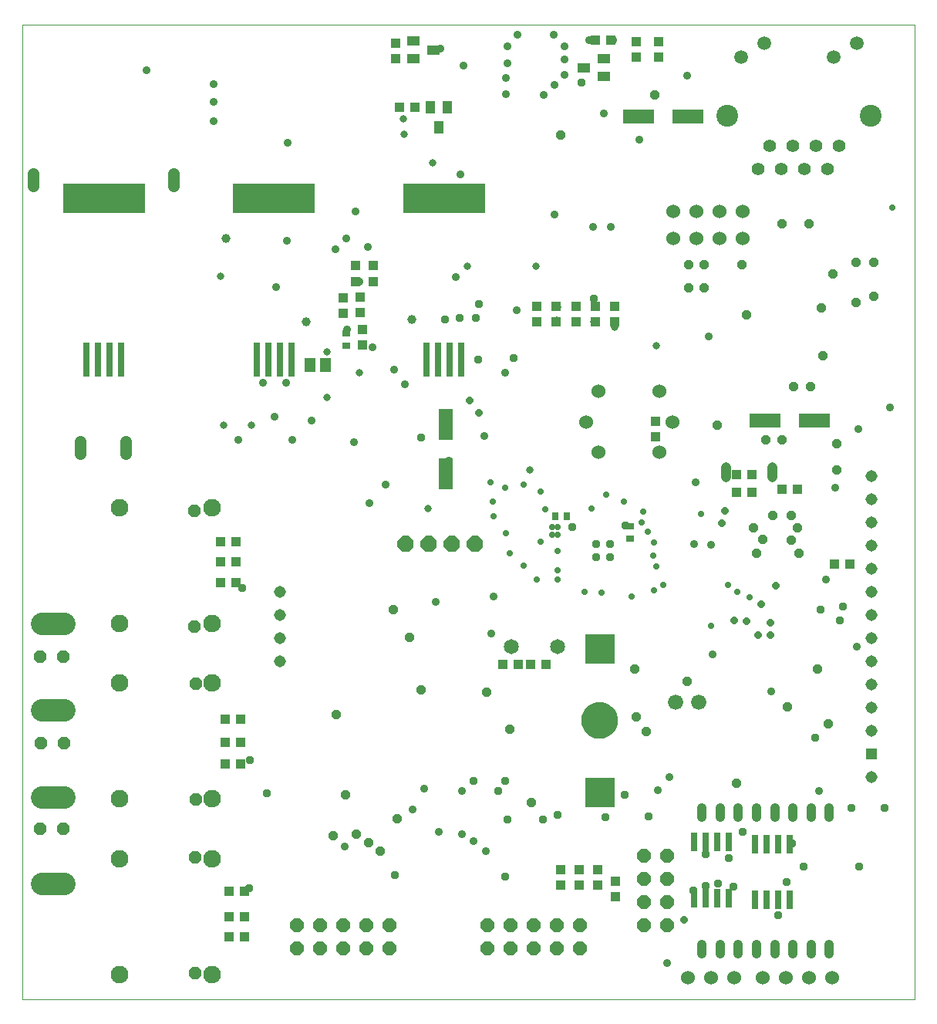
<source format=gbs>
G75*
G70*
%OFA0B0*%
%FSLAX24Y24*%
%IPPOS*%
%LPD*%
%AMOC8*
5,1,8,0,0,1.08239X$1,22.5*
%
%ADD10C,0.0004*%
%ADD11R,0.0394X0.0433*%
%ADD12R,0.0433X0.0394*%
%ADD13R,0.1378X0.0630*%
%ADD14C,0.0594*%
%ADD15C,0.0945*%
%ADD16C,0.0554*%
%ADD17R,0.0425X0.0413*%
%ADD18C,0.0440*%
%ADD19R,0.0551X0.0394*%
%ADD20C,0.0650*%
%ADD21C,0.0600*%
%ADD22R,0.0630X0.1378*%
%ADD23R,0.0394X0.0551*%
%ADD24OC8,0.0600*%
%ADD25R,0.0354X0.0276*%
%ADD26R,0.1250X0.1250*%
%ADD27C,0.0787*%
%ADD28C,0.0660*%
%ADD29C,0.0397*%
%ADD30R,0.0260X0.0800*%
%ADD31C,0.0760*%
%ADD32OC8,0.0520*%
%ADD33C,0.0974*%
%ADD34C,0.0515*%
%ADD35R,0.0515X0.0515*%
%ADD36R,0.0276X0.0354*%
%ADD37R,0.0512X0.0591*%
%ADD38C,0.0515*%
%ADD39R,0.0315X0.1496*%
%ADD40R,0.3543X0.1260*%
%ADD41OC8,0.0700*%
%ADD42OC8,0.0396*%
%ADD43C,0.0357*%
%ADD44C,0.0396*%
%ADD45OC8,0.0317*%
%ADD46OC8,0.0357*%
%ADD47C,0.0278*%
%ADD48C,0.0317*%
%ADD49OC8,0.0278*%
D10*
X002971Y001207D02*
X041554Y001207D01*
X041554Y043333D01*
X002971Y043333D01*
X002971Y001207D01*
D11*
X026249Y006139D03*
X026249Y006808D03*
X027036Y006808D03*
X027036Y006139D03*
X027824Y006139D03*
X027824Y006808D03*
X028616Y006311D03*
X028616Y005642D03*
X035806Y023255D03*
X036475Y023255D03*
X034507Y023894D03*
X033837Y023894D03*
X026052Y030499D03*
X026052Y031168D03*
X025215Y031168D03*
X025215Y030499D03*
X017661Y030164D03*
X017661Y029495D03*
X017582Y030878D03*
X017582Y031547D03*
X016844Y031532D03*
X016844Y030863D03*
X019266Y039761D03*
X019935Y039761D03*
X027735Y042644D03*
X028404Y042644D03*
D12*
X029497Y042585D03*
X029497Y041916D03*
X030481Y041916D03*
X030481Y042585D03*
X028562Y031168D03*
X028562Y030499D03*
X027725Y030499D03*
X027725Y031168D03*
X026889Y031168D03*
X026889Y030499D03*
X030333Y026198D03*
X030333Y025528D03*
X033837Y023107D03*
X034507Y023107D03*
X038070Y020007D03*
X038739Y020007D03*
X025599Y015676D03*
X024930Y015676D03*
X024418Y015676D03*
X023749Y015676D03*
X012410Y013314D03*
X011741Y013314D03*
X011741Y012330D03*
X012410Y012330D03*
X012410Y011394D03*
X011741Y011394D03*
X011889Y005883D03*
X012558Y005883D03*
X012558Y004800D03*
X011889Y004800D03*
X011889Y003914D03*
X012558Y003914D03*
X012213Y019219D03*
X011544Y019219D03*
X011544Y020105D03*
X012213Y020105D03*
X012213Y020991D03*
X011544Y020991D03*
X019113Y041847D03*
X019113Y042517D03*
D13*
X029615Y039347D03*
X031741Y039347D03*
X035078Y026207D03*
X037204Y026207D03*
D14*
X038024Y041908D03*
X039024Y042507D03*
X035044Y042507D03*
X034044Y041908D03*
D15*
X033434Y039377D03*
X039635Y039377D03*
D16*
X038284Y038078D03*
X037284Y038078D03*
X036284Y038078D03*
X035284Y038078D03*
X034784Y037078D03*
X035784Y037078D03*
X036784Y037078D03*
X037784Y037078D03*
D17*
X018148Y032910D03*
X018148Y032221D03*
X017361Y032221D03*
X017361Y032910D03*
D18*
X033369Y024213D02*
X033369Y023773D01*
X035369Y023773D02*
X035369Y024213D01*
D19*
X028099Y041089D03*
X028099Y041837D03*
X027233Y041463D03*
X020727Y042231D03*
X019861Y041857D03*
X019861Y042605D03*
D20*
X024117Y016463D03*
X026117Y016463D03*
D21*
X027883Y024839D03*
X027331Y026158D03*
X027883Y027477D03*
X030520Y027477D03*
X031072Y026158D03*
X030520Y024839D03*
X031097Y034081D03*
X032097Y034081D03*
X033097Y034081D03*
X033097Y035263D03*
X032097Y035263D03*
X031097Y035263D03*
X034097Y035263D03*
X034097Y034081D03*
X033745Y002143D03*
X032745Y002143D03*
X031745Y002143D03*
X034985Y002143D03*
X035985Y002143D03*
X036985Y002143D03*
X037985Y002143D03*
D22*
X021278Y023914D03*
X021278Y026040D03*
D23*
X020963Y038899D03*
X020589Y039766D03*
X021337Y039766D03*
D24*
X029824Y007432D03*
X030824Y007432D03*
X030824Y006432D03*
X029824Y006432D03*
X029824Y005432D03*
X030824Y005432D03*
X030824Y004432D03*
X029824Y004432D03*
X027068Y004424D03*
X027068Y003424D03*
X026068Y003424D03*
X026068Y004424D03*
X025068Y004424D03*
X025068Y003424D03*
X024068Y003424D03*
X024068Y004424D03*
X023068Y004424D03*
X023068Y003424D03*
X018849Y003424D03*
X017849Y003424D03*
X016849Y003424D03*
X016849Y004424D03*
X017849Y004424D03*
X018849Y004424D03*
X015849Y004424D03*
X014849Y004424D03*
X014849Y003424D03*
X015849Y003424D03*
D25*
X029251Y021129D03*
X029251Y021641D03*
X016982Y029460D03*
X016982Y029972D03*
D26*
X027922Y016365D03*
X027922Y010165D03*
D27*
X027528Y013265D02*
X027530Y013304D01*
X027536Y013343D01*
X027546Y013381D01*
X027559Y013418D01*
X027576Y013453D01*
X027596Y013487D01*
X027620Y013518D01*
X027647Y013547D01*
X027676Y013573D01*
X027708Y013596D01*
X027742Y013616D01*
X027778Y013632D01*
X027815Y013644D01*
X027854Y013653D01*
X027893Y013658D01*
X027932Y013659D01*
X027971Y013656D01*
X028010Y013649D01*
X028047Y013638D01*
X028084Y013624D01*
X028119Y013606D01*
X028152Y013585D01*
X028183Y013560D01*
X028211Y013533D01*
X028236Y013503D01*
X028258Y013470D01*
X028277Y013436D01*
X028292Y013400D01*
X028304Y013362D01*
X028312Y013324D01*
X028316Y013285D01*
X028316Y013245D01*
X028312Y013206D01*
X028304Y013168D01*
X028292Y013130D01*
X028277Y013094D01*
X028258Y013060D01*
X028236Y013027D01*
X028211Y012997D01*
X028183Y012970D01*
X028152Y012945D01*
X028119Y012924D01*
X028084Y012906D01*
X028047Y012892D01*
X028010Y012881D01*
X027971Y012874D01*
X027932Y012871D01*
X027893Y012872D01*
X027854Y012877D01*
X027815Y012886D01*
X027778Y012898D01*
X027742Y012914D01*
X027708Y012934D01*
X027676Y012957D01*
X027647Y012983D01*
X027620Y013012D01*
X027596Y013043D01*
X027576Y013077D01*
X027559Y013112D01*
X027546Y013149D01*
X027536Y013187D01*
X027530Y013226D01*
X027528Y013265D01*
D28*
X031211Y014052D03*
X032211Y014052D03*
D29*
X032341Y009478D02*
X032341Y009081D01*
X033129Y009081D02*
X033129Y009478D01*
X033916Y009478D02*
X033916Y009081D01*
X034704Y009081D02*
X034704Y009478D01*
X035491Y009478D02*
X035491Y009081D01*
X036278Y009081D02*
X036278Y009478D01*
X037066Y009478D02*
X037066Y009081D01*
X037853Y009081D02*
X037853Y009478D01*
X037853Y003570D02*
X037853Y003173D01*
X037066Y003173D02*
X037066Y003570D01*
X036278Y003570D02*
X036278Y003173D01*
X035491Y003173D02*
X035491Y003570D01*
X034704Y003570D02*
X034704Y003173D01*
X033916Y003173D02*
X033916Y003570D01*
X033129Y003570D02*
X033129Y003173D01*
X032341Y003173D02*
X032341Y003570D01*
D30*
X032495Y005588D03*
X032995Y005588D03*
X033495Y005588D03*
X034652Y005509D03*
X035152Y005509D03*
X035652Y005509D03*
X036152Y005509D03*
X036152Y007929D03*
X035652Y007929D03*
X035152Y007929D03*
X034652Y007929D03*
X033495Y008008D03*
X032995Y008008D03*
X032495Y008008D03*
X031995Y008008D03*
X031995Y005588D03*
D31*
X011172Y007300D03*
X011172Y009879D03*
X007172Y009879D03*
X007172Y007300D03*
X007172Y002300D03*
X011172Y002300D03*
X011172Y014879D03*
X011172Y017457D03*
X007172Y017457D03*
X007172Y014879D03*
X007172Y022457D03*
X011172Y022457D03*
D32*
X010417Y022320D03*
X010417Y017320D03*
X010456Y014844D03*
X010456Y009844D03*
X010452Y007349D03*
X010452Y002349D03*
X004751Y008589D03*
X003751Y008589D03*
X003761Y012300D03*
X004761Y012300D03*
X004751Y016020D03*
X003751Y016020D03*
D33*
X003813Y017448D02*
X004787Y017448D01*
X004787Y013707D02*
X003813Y013707D01*
X003813Y009967D02*
X004787Y009967D01*
X004787Y006227D02*
X003813Y006227D01*
D34*
X014107Y015812D03*
X014107Y016812D03*
X014107Y017812D03*
X014107Y018812D03*
X039680Y018812D03*
X039680Y019812D03*
X039680Y020812D03*
X039680Y021812D03*
X039680Y022812D03*
X039680Y023812D03*
X039680Y017812D03*
X039680Y016812D03*
X039680Y015812D03*
X039680Y014812D03*
X039680Y013812D03*
X039680Y012812D03*
X039680Y010812D03*
D35*
X039680Y011812D03*
D36*
X026505Y022074D03*
X025993Y022074D03*
D37*
X016081Y028629D03*
X015412Y028629D03*
D38*
X009497Y036363D02*
X009497Y036878D01*
X003434Y036878D02*
X003434Y036363D01*
X005481Y025304D02*
X005481Y024789D01*
X007450Y024789D02*
X007450Y025304D01*
D39*
X007245Y028841D03*
X006745Y028841D03*
X006245Y028841D03*
X005745Y028841D03*
X013097Y028841D03*
X013597Y028841D03*
X014097Y028841D03*
X014597Y028841D03*
X020450Y028841D03*
X020950Y028841D03*
X021450Y028841D03*
X021950Y028841D03*
D40*
X021200Y035814D03*
X013847Y035814D03*
X006495Y035814D03*
D41*
X019542Y020895D03*
X020542Y020895D03*
X021542Y020895D03*
X022542Y020895D03*
D42*
X019015Y018038D03*
X019704Y016857D03*
X020196Y014593D03*
X023050Y014495D03*
X024034Y012871D03*
X024969Y009721D03*
X029497Y013412D03*
X029940Y012772D03*
X031711Y014938D03*
X029448Y015479D03*
X033828Y010558D03*
X036042Y013855D03*
X037322Y015479D03*
X037814Y013117D03*
X036534Y020499D03*
X036190Y021040D03*
X036485Y021581D03*
X036190Y022123D03*
X035402Y022123D03*
X034566Y021581D03*
X034959Y021089D03*
X034713Y020499D03*
X035796Y023255D03*
X035796Y025371D03*
X035107Y025371D03*
X032991Y026011D03*
X036288Y027684D03*
X037026Y027684D03*
X037568Y029013D03*
X037519Y031080D03*
X038995Y031326D03*
X039782Y031572D03*
X039782Y033048D03*
X038995Y033048D03*
X038011Y032556D03*
X036977Y034721D03*
X035796Y034721D03*
X034074Y032950D03*
X032450Y032950D03*
X031761Y032950D03*
X031761Y031965D03*
X032450Y031965D03*
X034270Y030784D03*
X038158Y025223D03*
X038158Y024091D03*
X026249Y038560D03*
X030314Y040272D03*
X016554Y013511D03*
X016948Y010066D03*
X017391Y008343D03*
X017932Y007999D03*
X018424Y007605D03*
X019162Y009032D03*
X016406Y008294D03*
D43*
X016894Y007802D03*
X019851Y009426D03*
X020343Y010312D03*
X021971Y010213D03*
X021967Y008343D03*
X022459Y008048D03*
X023001Y007605D03*
X020983Y008442D03*
X023247Y017005D03*
X023345Y018629D03*
X020835Y018383D03*
X017981Y022664D03*
X018680Y023452D03*
X017302Y025282D03*
X015456Y026203D03*
X014625Y025381D03*
X013872Y026390D03*
X013360Y027836D03*
X014364Y027866D03*
X012302Y025381D03*
X017017Y030164D03*
X018119Y029387D03*
X019034Y028412D03*
X019507Y027782D03*
X021396Y024475D03*
X022952Y025568D03*
X023837Y028274D03*
X024349Y030971D03*
X021711Y032428D03*
X017893Y033727D03*
X016987Y034081D03*
X016515Y033609D03*
X017538Y032211D03*
X017371Y035263D03*
X014408Y033993D03*
X013936Y031995D03*
X014428Y038225D03*
X011239Y039160D03*
X011239Y039997D03*
X011239Y040735D03*
X008335Y041355D03*
X021022Y042290D03*
X022026Y041562D03*
X023887Y041020D03*
X023936Y041660D03*
X023936Y042398D03*
X024379Y042891D03*
X025954Y042891D03*
X026396Y042398D03*
X026396Y041808D03*
X026396Y041168D03*
X025963Y040725D03*
X025491Y040282D03*
X023887Y040331D03*
X021918Y036837D03*
X025963Y035105D03*
X027627Y034574D03*
X028414Y034574D03*
X029644Y038363D03*
X028089Y039485D03*
X028513Y042644D03*
X027479Y042644D03*
X031711Y041119D03*
X032646Y029849D03*
X032056Y023550D03*
X032007Y020893D03*
X032745Y020843D03*
X032794Y016119D03*
X035353Y014534D03*
X039044Y016463D03*
X037715Y019367D03*
X038060Y020007D03*
X038109Y023304D03*
X039093Y025863D03*
X040471Y026798D03*
X030924Y010804D03*
X030432Y010263D03*
X030826Y002782D03*
X037420Y010213D03*
D44*
X019802Y030587D03*
X015225Y030489D03*
X011780Y034081D03*
D45*
X021278Y026109D03*
X022302Y027093D03*
X022706Y026552D03*
X033335Y022320D03*
X033188Y021778D03*
X035550Y019072D03*
X034910Y018284D03*
X035304Y017497D03*
X035304Y016956D03*
X034763Y016956D03*
X034270Y017546D03*
X033729Y017595D03*
X031564Y004652D03*
D46*
X031957Y005932D03*
X032499Y006129D03*
X033040Y006227D03*
X033705Y006075D03*
X033488Y007310D03*
X032499Y007482D03*
X034098Y008466D03*
X036229Y007935D03*
X036731Y006965D03*
X035993Y006276D03*
X035648Y004849D03*
X039143Y006965D03*
X038798Y009475D03*
X040225Y009475D03*
X037223Y012526D03*
X038306Y017595D03*
X038454Y018186D03*
X037469Y018038D03*
X029054Y021680D03*
X028365Y020893D03*
X027774Y020893D03*
X027774Y020302D03*
X028365Y020302D03*
X026741Y021631D03*
X020196Y025469D03*
X022656Y028865D03*
X024211Y028914D03*
X022558Y030656D03*
X021869Y030666D03*
X021249Y030587D03*
X022706Y031247D03*
X027676Y031473D03*
X027135Y040824D03*
X012469Y018973D03*
X012814Y011542D03*
X013552Y010115D03*
X012765Y006030D03*
X019064Y006572D03*
X022471Y010656D03*
X023542Y010213D03*
X023837Y010656D03*
X023936Y008983D03*
X025461Y008983D03*
X026101Y009180D03*
X028168Y009081D03*
X029005Y010066D03*
X030038Y009131D03*
X023837Y006522D03*
D47*
X032745Y017349D03*
X033877Y018826D03*
X033483Y019121D03*
X034418Y018580D03*
X032302Y022172D03*
X030284Y020942D03*
X030235Y020400D03*
X030383Y019908D03*
X030678Y019121D03*
X030284Y018875D03*
X029300Y018629D03*
X029989Y021434D03*
X029743Y021828D03*
X029792Y022270D03*
X028956Y022713D03*
X028217Y023009D03*
X027578Y022418D03*
X026101Y021631D03*
X025855Y021631D03*
X025855Y021286D03*
X026101Y021286D03*
X026101Y020597D03*
X026101Y019761D03*
X026101Y019367D03*
X025215Y019367D03*
X024625Y019957D03*
X024034Y020499D03*
X023887Y021335D03*
X023345Y022074D03*
X023296Y022713D03*
X023837Y023304D03*
X023198Y023550D03*
X024625Y023452D03*
X025363Y023156D03*
X025560Y022369D03*
X025363Y020991D03*
X040570Y035410D03*
D48*
X030383Y029456D03*
X028562Y030243D03*
X027676Y030489D03*
X026889Y030528D03*
X026062Y030538D03*
X026101Y031129D03*
X025166Y032900D03*
X022213Y032900D03*
X020688Y037359D03*
X019457Y038584D03*
X019423Y039259D03*
X011554Y032446D03*
X016150Y029175D03*
X017548Y028294D03*
X016126Y027226D03*
X012863Y026011D03*
X011682Y026011D03*
X020491Y022418D03*
X024920Y024091D03*
D49*
X027282Y018826D03*
X028020Y018776D03*
M02*

</source>
